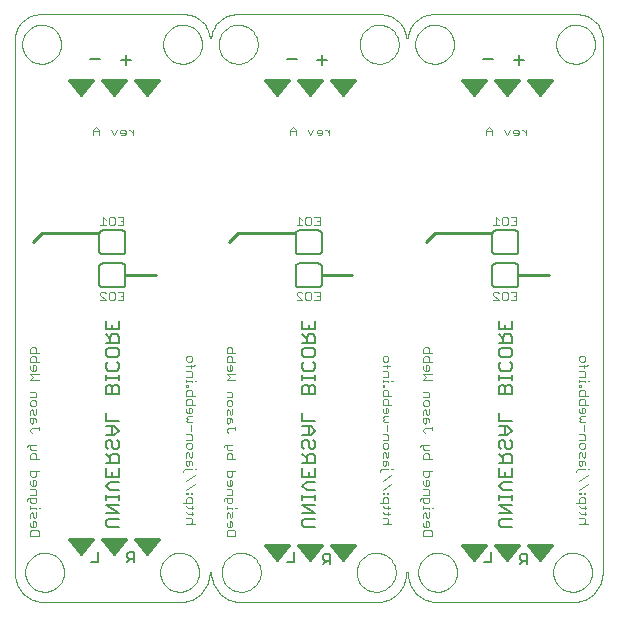
<source format=gbo>
G75*
G70*
%OFA0B0*%
%FSLAX24Y24*%
%IPPOS*%
%LPD*%
%AMOC8*
5,1,8,0,0,1.08239X$1,22.5*
%
%ADD10C,0.0010*%
%ADD11C,0.0000*%
%ADD12C,0.0070*%
%ADD13C,0.0100*%
%ADD14C,0.0030*%
%ADD15C,0.0080*%
%ADD16C,0.0040*%
%ADD17C,0.0060*%
D10*
X000730Y001380D02*
X000732Y001430D01*
X000738Y001480D01*
X000748Y001530D01*
X000761Y001578D01*
X000778Y001626D01*
X000799Y001672D01*
X000823Y001716D01*
X000851Y001758D01*
X000882Y001798D01*
X000916Y001835D01*
X000953Y001870D01*
X000992Y001901D01*
X001033Y001930D01*
X001077Y001955D01*
X001123Y001977D01*
X001170Y001995D01*
X001218Y002009D01*
X001267Y002020D01*
X001317Y002027D01*
X001367Y002030D01*
X001418Y002029D01*
X001468Y002024D01*
X001518Y002015D01*
X001566Y002003D01*
X001614Y001986D01*
X001660Y001966D01*
X001705Y001943D01*
X001748Y001916D01*
X001788Y001886D01*
X001826Y001853D01*
X001861Y001817D01*
X001894Y001778D01*
X001923Y001737D01*
X001949Y001694D01*
X001972Y001649D01*
X001991Y001602D01*
X002006Y001554D01*
X002018Y001505D01*
X002026Y001455D01*
X002030Y001405D01*
X002030Y001355D01*
X002026Y001305D01*
X002018Y001255D01*
X002006Y001206D01*
X001991Y001158D01*
X001972Y001111D01*
X001949Y001066D01*
X001923Y001023D01*
X001894Y000982D01*
X001861Y000943D01*
X001826Y000907D01*
X001788Y000874D01*
X001748Y000844D01*
X001705Y000817D01*
X001660Y000794D01*
X001614Y000774D01*
X001566Y000757D01*
X001518Y000745D01*
X001468Y000736D01*
X001418Y000731D01*
X001367Y000730D01*
X001317Y000733D01*
X001267Y000740D01*
X001218Y000751D01*
X001170Y000765D01*
X001123Y000783D01*
X001077Y000805D01*
X001033Y000830D01*
X000992Y000859D01*
X000953Y000890D01*
X000916Y000925D01*
X000882Y000962D01*
X000851Y001002D01*
X000823Y001044D01*
X000799Y001088D01*
X000778Y001134D01*
X000761Y001182D01*
X000748Y001230D01*
X000738Y001280D01*
X000732Y001330D01*
X000730Y001380D01*
X005230Y001380D02*
X005232Y001430D01*
X005238Y001480D01*
X005248Y001530D01*
X005261Y001578D01*
X005278Y001626D01*
X005299Y001672D01*
X005323Y001716D01*
X005351Y001758D01*
X005382Y001798D01*
X005416Y001835D01*
X005453Y001870D01*
X005492Y001901D01*
X005533Y001930D01*
X005577Y001955D01*
X005623Y001977D01*
X005670Y001995D01*
X005718Y002009D01*
X005767Y002020D01*
X005817Y002027D01*
X005867Y002030D01*
X005918Y002029D01*
X005968Y002024D01*
X006018Y002015D01*
X006066Y002003D01*
X006114Y001986D01*
X006160Y001966D01*
X006205Y001943D01*
X006248Y001916D01*
X006288Y001886D01*
X006326Y001853D01*
X006361Y001817D01*
X006394Y001778D01*
X006423Y001737D01*
X006449Y001694D01*
X006472Y001649D01*
X006491Y001602D01*
X006506Y001554D01*
X006518Y001505D01*
X006526Y001455D01*
X006530Y001405D01*
X006530Y001355D01*
X006526Y001305D01*
X006518Y001255D01*
X006506Y001206D01*
X006491Y001158D01*
X006472Y001111D01*
X006449Y001066D01*
X006423Y001023D01*
X006394Y000982D01*
X006361Y000943D01*
X006326Y000907D01*
X006288Y000874D01*
X006248Y000844D01*
X006205Y000817D01*
X006160Y000794D01*
X006114Y000774D01*
X006066Y000757D01*
X006018Y000745D01*
X005968Y000736D01*
X005918Y000731D01*
X005867Y000730D01*
X005817Y000733D01*
X005767Y000740D01*
X005718Y000751D01*
X005670Y000765D01*
X005623Y000783D01*
X005577Y000805D01*
X005533Y000830D01*
X005492Y000859D01*
X005453Y000890D01*
X005416Y000925D01*
X005382Y000962D01*
X005351Y001002D01*
X005323Y001044D01*
X005299Y001088D01*
X005278Y001134D01*
X005261Y001182D01*
X005248Y001230D01*
X005238Y001280D01*
X005232Y001330D01*
X005230Y001380D01*
X007280Y001380D02*
X007282Y001430D01*
X007288Y001480D01*
X007298Y001530D01*
X007311Y001578D01*
X007328Y001626D01*
X007349Y001672D01*
X007373Y001716D01*
X007401Y001758D01*
X007432Y001798D01*
X007466Y001835D01*
X007503Y001870D01*
X007542Y001901D01*
X007583Y001930D01*
X007627Y001955D01*
X007673Y001977D01*
X007720Y001995D01*
X007768Y002009D01*
X007817Y002020D01*
X007867Y002027D01*
X007917Y002030D01*
X007968Y002029D01*
X008018Y002024D01*
X008068Y002015D01*
X008116Y002003D01*
X008164Y001986D01*
X008210Y001966D01*
X008255Y001943D01*
X008298Y001916D01*
X008338Y001886D01*
X008376Y001853D01*
X008411Y001817D01*
X008444Y001778D01*
X008473Y001737D01*
X008499Y001694D01*
X008522Y001649D01*
X008541Y001602D01*
X008556Y001554D01*
X008568Y001505D01*
X008576Y001455D01*
X008580Y001405D01*
X008580Y001355D01*
X008576Y001305D01*
X008568Y001255D01*
X008556Y001206D01*
X008541Y001158D01*
X008522Y001111D01*
X008499Y001066D01*
X008473Y001023D01*
X008444Y000982D01*
X008411Y000943D01*
X008376Y000907D01*
X008338Y000874D01*
X008298Y000844D01*
X008255Y000817D01*
X008210Y000794D01*
X008164Y000774D01*
X008116Y000757D01*
X008068Y000745D01*
X008018Y000736D01*
X007968Y000731D01*
X007917Y000730D01*
X007867Y000733D01*
X007817Y000740D01*
X007768Y000751D01*
X007720Y000765D01*
X007673Y000783D01*
X007627Y000805D01*
X007583Y000830D01*
X007542Y000859D01*
X007503Y000890D01*
X007466Y000925D01*
X007432Y000962D01*
X007401Y001002D01*
X007373Y001044D01*
X007349Y001088D01*
X007328Y001134D01*
X007311Y001182D01*
X007298Y001230D01*
X007288Y001280D01*
X007282Y001330D01*
X007280Y001380D01*
X011780Y001380D02*
X011782Y001430D01*
X011788Y001480D01*
X011798Y001530D01*
X011811Y001578D01*
X011828Y001626D01*
X011849Y001672D01*
X011873Y001716D01*
X011901Y001758D01*
X011932Y001798D01*
X011966Y001835D01*
X012003Y001870D01*
X012042Y001901D01*
X012083Y001930D01*
X012127Y001955D01*
X012173Y001977D01*
X012220Y001995D01*
X012268Y002009D01*
X012317Y002020D01*
X012367Y002027D01*
X012417Y002030D01*
X012468Y002029D01*
X012518Y002024D01*
X012568Y002015D01*
X012616Y002003D01*
X012664Y001986D01*
X012710Y001966D01*
X012755Y001943D01*
X012798Y001916D01*
X012838Y001886D01*
X012876Y001853D01*
X012911Y001817D01*
X012944Y001778D01*
X012973Y001737D01*
X012999Y001694D01*
X013022Y001649D01*
X013041Y001602D01*
X013056Y001554D01*
X013068Y001505D01*
X013076Y001455D01*
X013080Y001405D01*
X013080Y001355D01*
X013076Y001305D01*
X013068Y001255D01*
X013056Y001206D01*
X013041Y001158D01*
X013022Y001111D01*
X012999Y001066D01*
X012973Y001023D01*
X012944Y000982D01*
X012911Y000943D01*
X012876Y000907D01*
X012838Y000874D01*
X012798Y000844D01*
X012755Y000817D01*
X012710Y000794D01*
X012664Y000774D01*
X012616Y000757D01*
X012568Y000745D01*
X012518Y000736D01*
X012468Y000731D01*
X012417Y000730D01*
X012367Y000733D01*
X012317Y000740D01*
X012268Y000751D01*
X012220Y000765D01*
X012173Y000783D01*
X012127Y000805D01*
X012083Y000830D01*
X012042Y000859D01*
X012003Y000890D01*
X011966Y000925D01*
X011932Y000962D01*
X011901Y001002D01*
X011873Y001044D01*
X011849Y001088D01*
X011828Y001134D01*
X011811Y001182D01*
X011798Y001230D01*
X011788Y001280D01*
X011782Y001330D01*
X011780Y001380D01*
X013830Y001380D02*
X013832Y001430D01*
X013838Y001480D01*
X013848Y001530D01*
X013861Y001578D01*
X013878Y001626D01*
X013899Y001672D01*
X013923Y001716D01*
X013951Y001758D01*
X013982Y001798D01*
X014016Y001835D01*
X014053Y001870D01*
X014092Y001901D01*
X014133Y001930D01*
X014177Y001955D01*
X014223Y001977D01*
X014270Y001995D01*
X014318Y002009D01*
X014367Y002020D01*
X014417Y002027D01*
X014467Y002030D01*
X014518Y002029D01*
X014568Y002024D01*
X014618Y002015D01*
X014666Y002003D01*
X014714Y001986D01*
X014760Y001966D01*
X014805Y001943D01*
X014848Y001916D01*
X014888Y001886D01*
X014926Y001853D01*
X014961Y001817D01*
X014994Y001778D01*
X015023Y001737D01*
X015049Y001694D01*
X015072Y001649D01*
X015091Y001602D01*
X015106Y001554D01*
X015118Y001505D01*
X015126Y001455D01*
X015130Y001405D01*
X015130Y001355D01*
X015126Y001305D01*
X015118Y001255D01*
X015106Y001206D01*
X015091Y001158D01*
X015072Y001111D01*
X015049Y001066D01*
X015023Y001023D01*
X014994Y000982D01*
X014961Y000943D01*
X014926Y000907D01*
X014888Y000874D01*
X014848Y000844D01*
X014805Y000817D01*
X014760Y000794D01*
X014714Y000774D01*
X014666Y000757D01*
X014618Y000745D01*
X014568Y000736D01*
X014518Y000731D01*
X014467Y000730D01*
X014417Y000733D01*
X014367Y000740D01*
X014318Y000751D01*
X014270Y000765D01*
X014223Y000783D01*
X014177Y000805D01*
X014133Y000830D01*
X014092Y000859D01*
X014053Y000890D01*
X014016Y000925D01*
X013982Y000962D01*
X013951Y001002D01*
X013923Y001044D01*
X013899Y001088D01*
X013878Y001134D01*
X013861Y001182D01*
X013848Y001230D01*
X013838Y001280D01*
X013832Y001330D01*
X013830Y001380D01*
X018330Y001380D02*
X018332Y001430D01*
X018338Y001480D01*
X018348Y001530D01*
X018361Y001578D01*
X018378Y001626D01*
X018399Y001672D01*
X018423Y001716D01*
X018451Y001758D01*
X018482Y001798D01*
X018516Y001835D01*
X018553Y001870D01*
X018592Y001901D01*
X018633Y001930D01*
X018677Y001955D01*
X018723Y001977D01*
X018770Y001995D01*
X018818Y002009D01*
X018867Y002020D01*
X018917Y002027D01*
X018967Y002030D01*
X019018Y002029D01*
X019068Y002024D01*
X019118Y002015D01*
X019166Y002003D01*
X019214Y001986D01*
X019260Y001966D01*
X019305Y001943D01*
X019348Y001916D01*
X019388Y001886D01*
X019426Y001853D01*
X019461Y001817D01*
X019494Y001778D01*
X019523Y001737D01*
X019549Y001694D01*
X019572Y001649D01*
X019591Y001602D01*
X019606Y001554D01*
X019618Y001505D01*
X019626Y001455D01*
X019630Y001405D01*
X019630Y001355D01*
X019626Y001305D01*
X019618Y001255D01*
X019606Y001206D01*
X019591Y001158D01*
X019572Y001111D01*
X019549Y001066D01*
X019523Y001023D01*
X019494Y000982D01*
X019461Y000943D01*
X019426Y000907D01*
X019388Y000874D01*
X019348Y000844D01*
X019305Y000817D01*
X019260Y000794D01*
X019214Y000774D01*
X019166Y000757D01*
X019118Y000745D01*
X019068Y000736D01*
X019018Y000731D01*
X018967Y000730D01*
X018917Y000733D01*
X018867Y000740D01*
X018818Y000751D01*
X018770Y000765D01*
X018723Y000783D01*
X018677Y000805D01*
X018633Y000830D01*
X018592Y000859D01*
X018553Y000890D01*
X018516Y000925D01*
X018482Y000962D01*
X018451Y001002D01*
X018423Y001044D01*
X018399Y001088D01*
X018378Y001134D01*
X018361Y001182D01*
X018348Y001230D01*
X018338Y001280D01*
X018332Y001330D01*
X018330Y001380D01*
X018430Y018980D02*
X018432Y019030D01*
X018438Y019080D01*
X018448Y019130D01*
X018461Y019178D01*
X018478Y019226D01*
X018499Y019272D01*
X018523Y019316D01*
X018551Y019358D01*
X018582Y019398D01*
X018616Y019435D01*
X018653Y019470D01*
X018692Y019501D01*
X018733Y019530D01*
X018777Y019555D01*
X018823Y019577D01*
X018870Y019595D01*
X018918Y019609D01*
X018967Y019620D01*
X019017Y019627D01*
X019067Y019630D01*
X019118Y019629D01*
X019168Y019624D01*
X019218Y019615D01*
X019266Y019603D01*
X019314Y019586D01*
X019360Y019566D01*
X019405Y019543D01*
X019448Y019516D01*
X019488Y019486D01*
X019526Y019453D01*
X019561Y019417D01*
X019594Y019378D01*
X019623Y019337D01*
X019649Y019294D01*
X019672Y019249D01*
X019691Y019202D01*
X019706Y019154D01*
X019718Y019105D01*
X019726Y019055D01*
X019730Y019005D01*
X019730Y018955D01*
X019726Y018905D01*
X019718Y018855D01*
X019706Y018806D01*
X019691Y018758D01*
X019672Y018711D01*
X019649Y018666D01*
X019623Y018623D01*
X019594Y018582D01*
X019561Y018543D01*
X019526Y018507D01*
X019488Y018474D01*
X019448Y018444D01*
X019405Y018417D01*
X019360Y018394D01*
X019314Y018374D01*
X019266Y018357D01*
X019218Y018345D01*
X019168Y018336D01*
X019118Y018331D01*
X019067Y018330D01*
X019017Y018333D01*
X018967Y018340D01*
X018918Y018351D01*
X018870Y018365D01*
X018823Y018383D01*
X018777Y018405D01*
X018733Y018430D01*
X018692Y018459D01*
X018653Y018490D01*
X018616Y018525D01*
X018582Y018562D01*
X018551Y018602D01*
X018523Y018644D01*
X018499Y018688D01*
X018478Y018734D01*
X018461Y018782D01*
X018448Y018830D01*
X018438Y018880D01*
X018432Y018930D01*
X018430Y018980D01*
X013730Y018980D02*
X013732Y019030D01*
X013738Y019080D01*
X013748Y019130D01*
X013761Y019178D01*
X013778Y019226D01*
X013799Y019272D01*
X013823Y019316D01*
X013851Y019358D01*
X013882Y019398D01*
X013916Y019435D01*
X013953Y019470D01*
X013992Y019501D01*
X014033Y019530D01*
X014077Y019555D01*
X014123Y019577D01*
X014170Y019595D01*
X014218Y019609D01*
X014267Y019620D01*
X014317Y019627D01*
X014367Y019630D01*
X014418Y019629D01*
X014468Y019624D01*
X014518Y019615D01*
X014566Y019603D01*
X014614Y019586D01*
X014660Y019566D01*
X014705Y019543D01*
X014748Y019516D01*
X014788Y019486D01*
X014826Y019453D01*
X014861Y019417D01*
X014894Y019378D01*
X014923Y019337D01*
X014949Y019294D01*
X014972Y019249D01*
X014991Y019202D01*
X015006Y019154D01*
X015018Y019105D01*
X015026Y019055D01*
X015030Y019005D01*
X015030Y018955D01*
X015026Y018905D01*
X015018Y018855D01*
X015006Y018806D01*
X014991Y018758D01*
X014972Y018711D01*
X014949Y018666D01*
X014923Y018623D01*
X014894Y018582D01*
X014861Y018543D01*
X014826Y018507D01*
X014788Y018474D01*
X014748Y018444D01*
X014705Y018417D01*
X014660Y018394D01*
X014614Y018374D01*
X014566Y018357D01*
X014518Y018345D01*
X014468Y018336D01*
X014418Y018331D01*
X014367Y018330D01*
X014317Y018333D01*
X014267Y018340D01*
X014218Y018351D01*
X014170Y018365D01*
X014123Y018383D01*
X014077Y018405D01*
X014033Y018430D01*
X013992Y018459D01*
X013953Y018490D01*
X013916Y018525D01*
X013882Y018562D01*
X013851Y018602D01*
X013823Y018644D01*
X013799Y018688D01*
X013778Y018734D01*
X013761Y018782D01*
X013748Y018830D01*
X013738Y018880D01*
X013732Y018930D01*
X013730Y018980D01*
X011880Y018980D02*
X011882Y019030D01*
X011888Y019080D01*
X011898Y019130D01*
X011911Y019178D01*
X011928Y019226D01*
X011949Y019272D01*
X011973Y019316D01*
X012001Y019358D01*
X012032Y019398D01*
X012066Y019435D01*
X012103Y019470D01*
X012142Y019501D01*
X012183Y019530D01*
X012227Y019555D01*
X012273Y019577D01*
X012320Y019595D01*
X012368Y019609D01*
X012417Y019620D01*
X012467Y019627D01*
X012517Y019630D01*
X012568Y019629D01*
X012618Y019624D01*
X012668Y019615D01*
X012716Y019603D01*
X012764Y019586D01*
X012810Y019566D01*
X012855Y019543D01*
X012898Y019516D01*
X012938Y019486D01*
X012976Y019453D01*
X013011Y019417D01*
X013044Y019378D01*
X013073Y019337D01*
X013099Y019294D01*
X013122Y019249D01*
X013141Y019202D01*
X013156Y019154D01*
X013168Y019105D01*
X013176Y019055D01*
X013180Y019005D01*
X013180Y018955D01*
X013176Y018905D01*
X013168Y018855D01*
X013156Y018806D01*
X013141Y018758D01*
X013122Y018711D01*
X013099Y018666D01*
X013073Y018623D01*
X013044Y018582D01*
X013011Y018543D01*
X012976Y018507D01*
X012938Y018474D01*
X012898Y018444D01*
X012855Y018417D01*
X012810Y018394D01*
X012764Y018374D01*
X012716Y018357D01*
X012668Y018345D01*
X012618Y018336D01*
X012568Y018331D01*
X012517Y018330D01*
X012467Y018333D01*
X012417Y018340D01*
X012368Y018351D01*
X012320Y018365D01*
X012273Y018383D01*
X012227Y018405D01*
X012183Y018430D01*
X012142Y018459D01*
X012103Y018490D01*
X012066Y018525D01*
X012032Y018562D01*
X012001Y018602D01*
X011973Y018644D01*
X011949Y018688D01*
X011928Y018734D01*
X011911Y018782D01*
X011898Y018830D01*
X011888Y018880D01*
X011882Y018930D01*
X011880Y018980D01*
X007180Y018980D02*
X007182Y019030D01*
X007188Y019080D01*
X007198Y019130D01*
X007211Y019178D01*
X007228Y019226D01*
X007249Y019272D01*
X007273Y019316D01*
X007301Y019358D01*
X007332Y019398D01*
X007366Y019435D01*
X007403Y019470D01*
X007442Y019501D01*
X007483Y019530D01*
X007527Y019555D01*
X007573Y019577D01*
X007620Y019595D01*
X007668Y019609D01*
X007717Y019620D01*
X007767Y019627D01*
X007817Y019630D01*
X007868Y019629D01*
X007918Y019624D01*
X007968Y019615D01*
X008016Y019603D01*
X008064Y019586D01*
X008110Y019566D01*
X008155Y019543D01*
X008198Y019516D01*
X008238Y019486D01*
X008276Y019453D01*
X008311Y019417D01*
X008344Y019378D01*
X008373Y019337D01*
X008399Y019294D01*
X008422Y019249D01*
X008441Y019202D01*
X008456Y019154D01*
X008468Y019105D01*
X008476Y019055D01*
X008480Y019005D01*
X008480Y018955D01*
X008476Y018905D01*
X008468Y018855D01*
X008456Y018806D01*
X008441Y018758D01*
X008422Y018711D01*
X008399Y018666D01*
X008373Y018623D01*
X008344Y018582D01*
X008311Y018543D01*
X008276Y018507D01*
X008238Y018474D01*
X008198Y018444D01*
X008155Y018417D01*
X008110Y018394D01*
X008064Y018374D01*
X008016Y018357D01*
X007968Y018345D01*
X007918Y018336D01*
X007868Y018331D01*
X007817Y018330D01*
X007767Y018333D01*
X007717Y018340D01*
X007668Y018351D01*
X007620Y018365D01*
X007573Y018383D01*
X007527Y018405D01*
X007483Y018430D01*
X007442Y018459D01*
X007403Y018490D01*
X007366Y018525D01*
X007332Y018562D01*
X007301Y018602D01*
X007273Y018644D01*
X007249Y018688D01*
X007228Y018734D01*
X007211Y018782D01*
X007198Y018830D01*
X007188Y018880D01*
X007182Y018930D01*
X007180Y018980D01*
X005330Y018980D02*
X005332Y019030D01*
X005338Y019080D01*
X005348Y019130D01*
X005361Y019178D01*
X005378Y019226D01*
X005399Y019272D01*
X005423Y019316D01*
X005451Y019358D01*
X005482Y019398D01*
X005516Y019435D01*
X005553Y019470D01*
X005592Y019501D01*
X005633Y019530D01*
X005677Y019555D01*
X005723Y019577D01*
X005770Y019595D01*
X005818Y019609D01*
X005867Y019620D01*
X005917Y019627D01*
X005967Y019630D01*
X006018Y019629D01*
X006068Y019624D01*
X006118Y019615D01*
X006166Y019603D01*
X006214Y019586D01*
X006260Y019566D01*
X006305Y019543D01*
X006348Y019516D01*
X006388Y019486D01*
X006426Y019453D01*
X006461Y019417D01*
X006494Y019378D01*
X006523Y019337D01*
X006549Y019294D01*
X006572Y019249D01*
X006591Y019202D01*
X006606Y019154D01*
X006618Y019105D01*
X006626Y019055D01*
X006630Y019005D01*
X006630Y018955D01*
X006626Y018905D01*
X006618Y018855D01*
X006606Y018806D01*
X006591Y018758D01*
X006572Y018711D01*
X006549Y018666D01*
X006523Y018623D01*
X006494Y018582D01*
X006461Y018543D01*
X006426Y018507D01*
X006388Y018474D01*
X006348Y018444D01*
X006305Y018417D01*
X006260Y018394D01*
X006214Y018374D01*
X006166Y018357D01*
X006118Y018345D01*
X006068Y018336D01*
X006018Y018331D01*
X005967Y018330D01*
X005917Y018333D01*
X005867Y018340D01*
X005818Y018351D01*
X005770Y018365D01*
X005723Y018383D01*
X005677Y018405D01*
X005633Y018430D01*
X005592Y018459D01*
X005553Y018490D01*
X005516Y018525D01*
X005482Y018562D01*
X005451Y018602D01*
X005423Y018644D01*
X005399Y018688D01*
X005378Y018734D01*
X005361Y018782D01*
X005348Y018830D01*
X005338Y018880D01*
X005332Y018930D01*
X005330Y018980D01*
X000630Y018980D02*
X000632Y019030D01*
X000638Y019080D01*
X000648Y019130D01*
X000661Y019178D01*
X000678Y019226D01*
X000699Y019272D01*
X000723Y019316D01*
X000751Y019358D01*
X000782Y019398D01*
X000816Y019435D01*
X000853Y019470D01*
X000892Y019501D01*
X000933Y019530D01*
X000977Y019555D01*
X001023Y019577D01*
X001070Y019595D01*
X001118Y019609D01*
X001167Y019620D01*
X001217Y019627D01*
X001267Y019630D01*
X001318Y019629D01*
X001368Y019624D01*
X001418Y019615D01*
X001466Y019603D01*
X001514Y019586D01*
X001560Y019566D01*
X001605Y019543D01*
X001648Y019516D01*
X001688Y019486D01*
X001726Y019453D01*
X001761Y019417D01*
X001794Y019378D01*
X001823Y019337D01*
X001849Y019294D01*
X001872Y019249D01*
X001891Y019202D01*
X001906Y019154D01*
X001918Y019105D01*
X001926Y019055D01*
X001930Y019005D01*
X001930Y018955D01*
X001926Y018905D01*
X001918Y018855D01*
X001906Y018806D01*
X001891Y018758D01*
X001872Y018711D01*
X001849Y018666D01*
X001823Y018623D01*
X001794Y018582D01*
X001761Y018543D01*
X001726Y018507D01*
X001688Y018474D01*
X001648Y018444D01*
X001605Y018417D01*
X001560Y018394D01*
X001514Y018374D01*
X001466Y018357D01*
X001418Y018345D01*
X001368Y018336D01*
X001318Y018331D01*
X001267Y018330D01*
X001217Y018333D01*
X001167Y018340D01*
X001118Y018351D01*
X001070Y018365D01*
X001023Y018383D01*
X000977Y018405D01*
X000933Y018430D01*
X000892Y018459D01*
X000853Y018490D01*
X000816Y018525D01*
X000782Y018562D01*
X000751Y018602D01*
X000723Y018644D01*
X000699Y018688D01*
X000678Y018734D01*
X000661Y018782D01*
X000648Y018830D01*
X000638Y018880D01*
X000632Y018930D01*
X000630Y018980D01*
D11*
X000380Y019180D02*
X000380Y001380D01*
X000382Y001320D01*
X000387Y001259D01*
X000396Y001200D01*
X000409Y001141D01*
X000425Y001082D01*
X000445Y001025D01*
X000468Y000970D01*
X000495Y000915D01*
X000524Y000863D01*
X000557Y000812D01*
X000593Y000763D01*
X000631Y000717D01*
X000673Y000673D01*
X000717Y000631D01*
X000763Y000593D01*
X000812Y000557D01*
X000863Y000524D01*
X000915Y000495D01*
X000970Y000468D01*
X001025Y000445D01*
X001082Y000425D01*
X001141Y000409D01*
X001200Y000396D01*
X001259Y000387D01*
X001320Y000382D01*
X001380Y000380D01*
X005880Y000380D01*
X005940Y000382D01*
X006001Y000387D01*
X006060Y000396D01*
X006119Y000409D01*
X006178Y000425D01*
X006235Y000445D01*
X006290Y000468D01*
X006345Y000495D01*
X006397Y000524D01*
X006448Y000557D01*
X006497Y000593D01*
X006543Y000631D01*
X006587Y000673D01*
X006629Y000717D01*
X006667Y000763D01*
X006703Y000812D01*
X006736Y000863D01*
X006765Y000915D01*
X006792Y000970D01*
X006815Y001025D01*
X006835Y001082D01*
X006851Y001141D01*
X006864Y001200D01*
X006873Y001259D01*
X006878Y001320D01*
X006880Y001380D01*
X006930Y001380D01*
X006932Y001320D01*
X006937Y001259D01*
X006946Y001200D01*
X006959Y001141D01*
X006975Y001082D01*
X006995Y001025D01*
X007018Y000970D01*
X007045Y000915D01*
X007074Y000863D01*
X007107Y000812D01*
X007143Y000763D01*
X007181Y000717D01*
X007223Y000673D01*
X007267Y000631D01*
X007313Y000593D01*
X007362Y000557D01*
X007413Y000524D01*
X007465Y000495D01*
X007520Y000468D01*
X007575Y000445D01*
X007632Y000425D01*
X007691Y000409D01*
X007750Y000396D01*
X007809Y000387D01*
X007870Y000382D01*
X007930Y000380D01*
X012430Y000380D01*
X012490Y000382D01*
X012551Y000387D01*
X012610Y000396D01*
X012669Y000409D01*
X012728Y000425D01*
X012785Y000445D01*
X012840Y000468D01*
X012895Y000495D01*
X012947Y000524D01*
X012998Y000557D01*
X013047Y000593D01*
X013093Y000631D01*
X013137Y000673D01*
X013179Y000717D01*
X013217Y000763D01*
X013253Y000812D01*
X013286Y000863D01*
X013315Y000915D01*
X013342Y000970D01*
X013365Y001025D01*
X013385Y001082D01*
X013401Y001141D01*
X013414Y001200D01*
X013423Y001259D01*
X013428Y001320D01*
X013430Y001380D01*
X013480Y001380D01*
X013482Y001320D01*
X013487Y001259D01*
X013496Y001200D01*
X013509Y001141D01*
X013525Y001082D01*
X013545Y001025D01*
X013568Y000970D01*
X013595Y000915D01*
X013624Y000863D01*
X013657Y000812D01*
X013693Y000763D01*
X013731Y000717D01*
X013773Y000673D01*
X013817Y000631D01*
X013863Y000593D01*
X013912Y000557D01*
X013963Y000524D01*
X014015Y000495D01*
X014070Y000468D01*
X014125Y000445D01*
X014182Y000425D01*
X014241Y000409D01*
X014300Y000396D01*
X014359Y000387D01*
X014420Y000382D01*
X014480Y000380D01*
X018980Y000380D01*
X019040Y000382D01*
X019101Y000387D01*
X019160Y000396D01*
X019219Y000409D01*
X019278Y000425D01*
X019335Y000445D01*
X019390Y000468D01*
X019445Y000495D01*
X019497Y000524D01*
X019548Y000557D01*
X019597Y000593D01*
X019643Y000631D01*
X019687Y000673D01*
X019729Y000717D01*
X019767Y000763D01*
X019803Y000812D01*
X019836Y000863D01*
X019865Y000915D01*
X019892Y000970D01*
X019915Y001025D01*
X019935Y001082D01*
X019951Y001141D01*
X019964Y001200D01*
X019973Y001259D01*
X019978Y001320D01*
X019980Y001380D01*
X019980Y019180D01*
X019974Y019235D01*
X019966Y019290D01*
X019953Y019345D01*
X019938Y019398D01*
X019918Y019450D01*
X019896Y019501D01*
X019870Y019551D01*
X019841Y019598D01*
X019809Y019644D01*
X019774Y019687D01*
X019736Y019728D01*
X019695Y019766D01*
X019653Y019802D01*
X019608Y019834D01*
X019560Y019864D01*
X019511Y019891D01*
X019461Y019914D01*
X019409Y019934D01*
X019356Y019951D01*
X019302Y019964D01*
X019247Y019973D01*
X019191Y019979D01*
X019136Y019981D01*
X019080Y019980D01*
X014380Y019980D01*
X013480Y019180D02*
X013430Y019180D01*
X013424Y019235D01*
X013416Y019290D01*
X013403Y019345D01*
X013388Y019398D01*
X013368Y019450D01*
X013346Y019501D01*
X013320Y019551D01*
X013291Y019598D01*
X013259Y019644D01*
X013224Y019687D01*
X013186Y019728D01*
X013145Y019766D01*
X013103Y019802D01*
X013058Y019834D01*
X013010Y019864D01*
X012961Y019891D01*
X012911Y019914D01*
X012859Y019934D01*
X012806Y019951D01*
X012752Y019964D01*
X012697Y019973D01*
X012641Y019979D01*
X012586Y019981D01*
X012530Y019980D01*
X007830Y019980D01*
X006930Y019180D02*
X006880Y019180D01*
X006874Y019235D01*
X006866Y019290D01*
X006853Y019345D01*
X006838Y019398D01*
X006818Y019450D01*
X006796Y019501D01*
X006770Y019551D01*
X006741Y019598D01*
X006709Y019644D01*
X006674Y019687D01*
X006636Y019728D01*
X006595Y019766D01*
X006553Y019802D01*
X006508Y019834D01*
X006460Y019864D01*
X006411Y019891D01*
X006361Y019914D01*
X006309Y019934D01*
X006256Y019951D01*
X006202Y019964D01*
X006147Y019973D01*
X006091Y019979D01*
X006036Y019981D01*
X005980Y019980D01*
X001280Y019980D01*
X001224Y019981D01*
X001169Y019979D01*
X001113Y019973D01*
X001058Y019964D01*
X001004Y019951D01*
X000951Y019934D01*
X000899Y019914D01*
X000849Y019891D01*
X000800Y019864D01*
X000752Y019834D01*
X000707Y019802D01*
X000665Y019766D01*
X000624Y019728D01*
X000586Y019687D01*
X000551Y019644D01*
X000519Y019598D01*
X000490Y019551D01*
X000464Y019501D01*
X000442Y019450D01*
X000422Y019398D01*
X000407Y019345D01*
X000394Y019290D01*
X000386Y019235D01*
X000380Y019180D01*
X006930Y019180D02*
X006936Y019235D01*
X006944Y019290D01*
X006957Y019345D01*
X006972Y019398D01*
X006992Y019450D01*
X007014Y019501D01*
X007040Y019551D01*
X007069Y019598D01*
X007101Y019644D01*
X007136Y019687D01*
X007174Y019728D01*
X007215Y019766D01*
X007257Y019802D01*
X007302Y019834D01*
X007350Y019864D01*
X007399Y019891D01*
X007449Y019914D01*
X007501Y019934D01*
X007554Y019951D01*
X007608Y019964D01*
X007663Y019973D01*
X007719Y019979D01*
X007774Y019981D01*
X007830Y019980D01*
X013480Y019180D02*
X013486Y019235D01*
X013494Y019290D01*
X013507Y019345D01*
X013522Y019398D01*
X013542Y019450D01*
X013564Y019501D01*
X013590Y019551D01*
X013619Y019598D01*
X013651Y019644D01*
X013686Y019687D01*
X013724Y019728D01*
X013765Y019766D01*
X013807Y019802D01*
X013852Y019834D01*
X013900Y019864D01*
X013949Y019891D01*
X013999Y019914D01*
X014051Y019934D01*
X014104Y019951D01*
X014158Y019964D01*
X014213Y019973D01*
X014269Y019979D01*
X014324Y019981D01*
X014380Y019980D01*
D12*
X016515Y009771D02*
X016515Y009484D01*
X016945Y009484D01*
X016945Y009771D01*
X016730Y009628D02*
X016730Y009484D01*
X016730Y009311D02*
X016658Y009239D01*
X016658Y009024D01*
X016515Y009024D02*
X016945Y009024D01*
X016945Y009239D01*
X016874Y009311D01*
X016730Y009311D01*
X016658Y009167D02*
X016515Y009311D01*
X016587Y008850D02*
X016874Y008850D01*
X016945Y008779D01*
X016945Y008635D01*
X016874Y008563D01*
X016587Y008563D01*
X016515Y008635D01*
X016515Y008779D01*
X016587Y008850D01*
X016587Y008390D02*
X016515Y008318D01*
X016515Y008175D01*
X016587Y008103D01*
X016874Y008103D01*
X016945Y008175D01*
X016945Y008318D01*
X016874Y008390D01*
X016945Y007940D02*
X016945Y007796D01*
X016945Y007868D02*
X016515Y007868D01*
X016515Y007796D02*
X016515Y007940D01*
X016587Y007623D02*
X016515Y007551D01*
X016515Y007336D01*
X016945Y007336D01*
X016945Y007551D01*
X016874Y007623D01*
X016802Y007623D01*
X016730Y007551D01*
X016730Y007336D01*
X016730Y007551D02*
X016658Y007623D01*
X016587Y007623D01*
X016515Y006702D02*
X016515Y006415D01*
X016945Y006415D01*
X016802Y006242D02*
X016515Y006242D01*
X016730Y006242D02*
X016730Y005955D01*
X016802Y005955D02*
X016945Y006098D01*
X016802Y006242D01*
X016802Y005955D02*
X016515Y005955D01*
X016587Y005781D02*
X016515Y005709D01*
X016515Y005566D01*
X016587Y005494D01*
X016730Y005566D02*
X016730Y005709D01*
X016658Y005781D01*
X016587Y005781D01*
X016730Y005566D02*
X016802Y005494D01*
X016874Y005494D01*
X016945Y005566D01*
X016945Y005709D01*
X016874Y005781D01*
X016874Y005321D02*
X016730Y005321D01*
X016658Y005249D01*
X016658Y005034D01*
X016515Y005034D02*
X016945Y005034D01*
X016945Y005249D01*
X016874Y005321D01*
X016658Y005177D02*
X016515Y005321D01*
X016515Y004860D02*
X016515Y004573D01*
X016945Y004573D01*
X016945Y004860D01*
X016730Y004717D02*
X016730Y004573D01*
X016658Y004400D02*
X016945Y004400D01*
X016945Y004113D02*
X016658Y004113D01*
X016515Y004256D01*
X016658Y004400D01*
X016515Y003950D02*
X016515Y003806D01*
X016515Y003878D02*
X016945Y003878D01*
X016945Y003806D02*
X016945Y003950D01*
X016945Y003633D02*
X016515Y003633D01*
X016945Y003346D01*
X016515Y003346D01*
X016587Y003172D02*
X016945Y003172D01*
X016945Y002885D02*
X016587Y002885D01*
X016515Y002957D01*
X016515Y003100D01*
X016587Y003172D01*
X010395Y003172D02*
X010037Y003172D01*
X009965Y003100D01*
X009965Y002957D01*
X010037Y002885D01*
X010395Y002885D01*
X010395Y003346D02*
X009965Y003633D01*
X010395Y003633D01*
X010395Y003806D02*
X010395Y003950D01*
X010395Y003878D02*
X009965Y003878D01*
X009965Y003806D02*
X009965Y003950D01*
X010108Y004113D02*
X009965Y004256D01*
X010108Y004400D01*
X010395Y004400D01*
X010395Y004573D02*
X009965Y004573D01*
X009965Y004860D01*
X009965Y005034D02*
X010395Y005034D01*
X010395Y005249D01*
X010324Y005321D01*
X010180Y005321D01*
X010108Y005249D01*
X010108Y005034D01*
X010108Y005177D02*
X009965Y005321D01*
X010037Y005494D02*
X009965Y005566D01*
X009965Y005709D01*
X010037Y005781D01*
X010108Y005781D01*
X010180Y005709D01*
X010180Y005566D01*
X010252Y005494D01*
X010324Y005494D01*
X010395Y005566D01*
X010395Y005709D01*
X010324Y005781D01*
X010252Y005955D02*
X010395Y006098D01*
X010252Y006242D01*
X009965Y006242D01*
X009965Y006415D02*
X009965Y006702D01*
X009965Y006415D02*
X010395Y006415D01*
X010180Y006242D02*
X010180Y005955D01*
X010252Y005955D02*
X009965Y005955D01*
X010395Y004860D02*
X010395Y004573D01*
X010180Y004573D02*
X010180Y004717D01*
X010108Y004113D02*
X010395Y004113D01*
X010395Y003346D02*
X009965Y003346D01*
X009965Y007336D02*
X009965Y007551D01*
X010037Y007623D01*
X010108Y007623D01*
X010180Y007551D01*
X010180Y007336D01*
X010180Y007551D02*
X010252Y007623D01*
X010324Y007623D01*
X010395Y007551D01*
X010395Y007336D01*
X009965Y007336D01*
X009965Y007796D02*
X009965Y007940D01*
X009965Y007868D02*
X010395Y007868D01*
X010395Y007796D02*
X010395Y007940D01*
X010324Y008103D02*
X010037Y008103D01*
X009965Y008175D01*
X009965Y008318D01*
X010037Y008390D01*
X010037Y008563D02*
X009965Y008635D01*
X009965Y008779D01*
X010037Y008850D01*
X010324Y008850D01*
X010395Y008779D01*
X010395Y008635D01*
X010324Y008563D01*
X010037Y008563D01*
X010324Y008390D02*
X010395Y008318D01*
X010395Y008175D01*
X010324Y008103D01*
X010395Y009024D02*
X009965Y009024D01*
X010108Y009024D02*
X010108Y009239D01*
X010180Y009311D01*
X010324Y009311D01*
X010395Y009239D01*
X010395Y009024D01*
X010108Y009167D02*
X009965Y009311D01*
X009965Y009484D02*
X009965Y009771D01*
X009965Y009484D02*
X010395Y009484D01*
X010395Y009771D01*
X010180Y009628D02*
X010180Y009484D01*
X003845Y009484D02*
X003415Y009484D01*
X003415Y009771D01*
X003630Y009628D02*
X003630Y009484D01*
X003630Y009311D02*
X003558Y009239D01*
X003558Y009024D01*
X003415Y009024D02*
X003845Y009024D01*
X003845Y009239D01*
X003774Y009311D01*
X003630Y009311D01*
X003558Y009167D02*
X003415Y009311D01*
X003845Y009484D02*
X003845Y009771D01*
X003774Y008850D02*
X003487Y008850D01*
X003415Y008779D01*
X003415Y008635D01*
X003487Y008563D01*
X003774Y008563D01*
X003845Y008635D01*
X003845Y008779D01*
X003774Y008850D01*
X003774Y008390D02*
X003845Y008318D01*
X003845Y008175D01*
X003774Y008103D01*
X003487Y008103D01*
X003415Y008175D01*
X003415Y008318D01*
X003487Y008390D01*
X003415Y007940D02*
X003415Y007796D01*
X003415Y007868D02*
X003845Y007868D01*
X003845Y007796D02*
X003845Y007940D01*
X003774Y007623D02*
X003702Y007623D01*
X003630Y007551D01*
X003630Y007336D01*
X003630Y007551D02*
X003558Y007623D01*
X003487Y007623D01*
X003415Y007551D01*
X003415Y007336D01*
X003845Y007336D01*
X003845Y007551D01*
X003774Y007623D01*
X003415Y006702D02*
X003415Y006415D01*
X003845Y006415D01*
X003702Y006242D02*
X003415Y006242D01*
X003630Y006242D02*
X003630Y005955D01*
X003702Y005955D02*
X003415Y005955D01*
X003487Y005781D02*
X003415Y005709D01*
X003415Y005566D01*
X003487Y005494D01*
X003630Y005566D02*
X003630Y005709D01*
X003558Y005781D01*
X003487Y005781D01*
X003630Y005566D02*
X003702Y005494D01*
X003774Y005494D01*
X003845Y005566D01*
X003845Y005709D01*
X003774Y005781D01*
X003702Y005955D02*
X003845Y006098D01*
X003702Y006242D01*
X003774Y005321D02*
X003630Y005321D01*
X003558Y005249D01*
X003558Y005034D01*
X003415Y005034D02*
X003845Y005034D01*
X003845Y005249D01*
X003774Y005321D01*
X003558Y005177D02*
X003415Y005321D01*
X003415Y004860D02*
X003415Y004573D01*
X003845Y004573D01*
X003845Y004860D01*
X003630Y004717D02*
X003630Y004573D01*
X003558Y004400D02*
X003845Y004400D01*
X003558Y004400D02*
X003415Y004256D01*
X003558Y004113D01*
X003845Y004113D01*
X003845Y003950D02*
X003845Y003806D01*
X003845Y003878D02*
X003415Y003878D01*
X003415Y003806D02*
X003415Y003950D01*
X003415Y003633D02*
X003845Y003633D01*
X003845Y003346D02*
X003415Y003633D01*
X003415Y003346D02*
X003845Y003346D01*
X003845Y003172D02*
X003487Y003172D01*
X003415Y003100D01*
X003415Y002957D01*
X003487Y002885D01*
X003845Y002885D01*
D13*
X004080Y002480D02*
X003280Y002480D01*
X003680Y001980D01*
X004080Y002480D01*
X004055Y002449D02*
X003305Y002449D01*
X003384Y002350D02*
X003976Y002350D01*
X003897Y002252D02*
X003463Y002252D01*
X003542Y002153D02*
X003818Y002153D01*
X003740Y002055D02*
X003620Y002055D01*
X002980Y002480D02*
X002180Y002480D01*
X002580Y001980D01*
X002980Y002480D01*
X002955Y002449D02*
X002205Y002449D01*
X002284Y002350D02*
X002876Y002350D01*
X002797Y002252D02*
X002363Y002252D01*
X002442Y002153D02*
X002718Y002153D01*
X002640Y002055D02*
X002520Y002055D01*
X004380Y002480D02*
X005180Y002480D01*
X004780Y001980D01*
X004380Y002480D01*
X004405Y002449D02*
X005155Y002449D01*
X005076Y002350D02*
X004484Y002350D01*
X004563Y002252D02*
X004997Y002252D01*
X004918Y002153D02*
X004642Y002153D01*
X004720Y002055D02*
X004840Y002055D01*
X008730Y002280D02*
X009530Y002280D01*
X009130Y001780D01*
X008730Y002280D01*
X008753Y002252D02*
X009507Y002252D01*
X009428Y002153D02*
X008832Y002153D01*
X008910Y002055D02*
X009350Y002055D01*
X009271Y001956D02*
X008989Y001956D01*
X009068Y001858D02*
X009192Y001858D01*
X009830Y002280D02*
X010630Y002280D01*
X010230Y001780D01*
X009830Y002280D01*
X009853Y002252D02*
X010607Y002252D01*
X010528Y002153D02*
X009932Y002153D01*
X010010Y002055D02*
X010450Y002055D01*
X010371Y001956D02*
X010089Y001956D01*
X010168Y001858D02*
X010292Y001858D01*
X010930Y002280D02*
X011730Y002280D01*
X011330Y001780D01*
X010930Y002280D01*
X010953Y002252D02*
X011707Y002252D01*
X011628Y002153D02*
X011032Y002153D01*
X011110Y002055D02*
X011550Y002055D01*
X011471Y001956D02*
X011189Y001956D01*
X011268Y001858D02*
X011392Y001858D01*
X015280Y002280D02*
X016080Y002280D01*
X015680Y001780D01*
X015280Y002280D01*
X015303Y002252D02*
X016057Y002252D01*
X015978Y002153D02*
X015382Y002153D01*
X015460Y002055D02*
X015900Y002055D01*
X015821Y001956D02*
X015539Y001956D01*
X015618Y001858D02*
X015742Y001858D01*
X016380Y002280D02*
X017180Y002280D01*
X016780Y001780D01*
X016380Y002280D01*
X016403Y002252D02*
X017157Y002252D01*
X017078Y002153D02*
X016482Y002153D01*
X016560Y002055D02*
X017000Y002055D01*
X016921Y001956D02*
X016639Y001956D01*
X016718Y001858D02*
X016842Y001858D01*
X017480Y002280D02*
X018280Y002280D01*
X017880Y001780D01*
X017480Y002280D01*
X017503Y002252D02*
X018257Y002252D01*
X018178Y002153D02*
X017582Y002153D01*
X017660Y002055D02*
X018100Y002055D01*
X018021Y001956D02*
X017739Y001956D01*
X017818Y001858D02*
X017942Y001858D01*
X018180Y011280D02*
X017180Y011280D01*
X016280Y012680D02*
X014380Y012680D01*
X014080Y012380D01*
X011630Y011280D02*
X010630Y011280D01*
X009730Y012680D02*
X007830Y012680D01*
X007530Y012380D01*
X005080Y011280D02*
X004080Y011280D01*
X003180Y012680D02*
X001280Y012680D01*
X000980Y012380D01*
X002580Y017280D02*
X002980Y017780D01*
X002180Y017780D01*
X002580Y017280D01*
X002546Y017322D02*
X002614Y017322D01*
X002692Y017421D02*
X002468Y017421D01*
X002389Y017519D02*
X002771Y017519D01*
X002850Y017618D02*
X002310Y017618D01*
X002231Y017716D02*
X002929Y017716D01*
X003280Y017780D02*
X004080Y017780D01*
X003680Y017280D01*
X003280Y017780D01*
X003331Y017716D02*
X004029Y017716D01*
X003950Y017618D02*
X003410Y017618D01*
X003489Y017519D02*
X003871Y017519D01*
X003792Y017421D02*
X003568Y017421D01*
X003646Y017322D02*
X003714Y017322D01*
X004380Y017780D02*
X005180Y017780D01*
X004780Y017280D01*
X004380Y017780D01*
X004431Y017716D02*
X005129Y017716D01*
X005050Y017618D02*
X004510Y017618D01*
X004589Y017519D02*
X004971Y017519D01*
X004892Y017421D02*
X004668Y017421D01*
X004746Y017322D02*
X004814Y017322D01*
X008730Y017780D02*
X009530Y017780D01*
X009130Y017280D01*
X008730Y017780D01*
X008781Y017716D02*
X009479Y017716D01*
X009400Y017618D02*
X008860Y017618D01*
X008939Y017519D02*
X009321Y017519D01*
X009242Y017421D02*
X009018Y017421D01*
X009096Y017322D02*
X009164Y017322D01*
X009830Y017780D02*
X010630Y017780D01*
X010230Y017280D01*
X009830Y017780D01*
X009881Y017716D02*
X010579Y017716D01*
X010500Y017618D02*
X009960Y017618D01*
X010039Y017519D02*
X010421Y017519D01*
X010342Y017421D02*
X010118Y017421D01*
X010196Y017322D02*
X010264Y017322D01*
X010930Y017780D02*
X011730Y017780D01*
X011330Y017280D01*
X010930Y017780D01*
X010981Y017716D02*
X011679Y017716D01*
X011600Y017618D02*
X011060Y017618D01*
X011139Y017519D02*
X011521Y017519D01*
X011442Y017421D02*
X011218Y017421D01*
X011296Y017322D02*
X011364Y017322D01*
X015280Y017780D02*
X016080Y017780D01*
X015680Y017280D01*
X015280Y017780D01*
X015331Y017716D02*
X016029Y017716D01*
X015950Y017618D02*
X015410Y017618D01*
X015489Y017519D02*
X015871Y017519D01*
X015792Y017421D02*
X015568Y017421D01*
X015646Y017322D02*
X015714Y017322D01*
X016380Y017780D02*
X017180Y017780D01*
X016780Y017280D01*
X016380Y017780D01*
X016431Y017716D02*
X017129Y017716D01*
X017050Y017618D02*
X016510Y017618D01*
X016589Y017519D02*
X016971Y017519D01*
X016892Y017421D02*
X016668Y017421D01*
X016746Y017322D02*
X016814Y017322D01*
X017480Y017780D02*
X018280Y017780D01*
X017880Y017280D01*
X017480Y017780D01*
X017531Y017716D02*
X018229Y017716D01*
X018150Y017618D02*
X017610Y017618D01*
X017689Y017519D02*
X018071Y017519D01*
X017992Y017421D02*
X017768Y017421D01*
X017846Y017322D02*
X017914Y017322D01*
D14*
X014140Y008878D02*
X014043Y008878D01*
X013995Y008830D01*
X013995Y008684D01*
X014285Y008684D01*
X014188Y008684D02*
X014188Y008830D01*
X014140Y008878D01*
X014140Y008583D02*
X014043Y008583D01*
X013995Y008535D01*
X013995Y008390D01*
X014285Y008390D01*
X014188Y008390D02*
X014188Y008535D01*
X014140Y008583D01*
X014140Y008289D02*
X014092Y008289D01*
X014092Y008095D01*
X014140Y008095D02*
X014188Y008144D01*
X014188Y008240D01*
X014140Y008289D01*
X013995Y008240D02*
X013995Y008144D01*
X014043Y008095D01*
X014140Y008095D01*
X013995Y007994D02*
X014092Y007897D01*
X013995Y007801D01*
X014285Y007801D01*
X014285Y007994D02*
X013995Y007994D01*
X013995Y007405D02*
X014140Y007405D01*
X014188Y007356D01*
X014188Y007211D01*
X013995Y007211D01*
X014043Y007110D02*
X014140Y007110D01*
X014188Y007062D01*
X014188Y006965D01*
X014140Y006917D01*
X014043Y006917D01*
X013995Y006965D01*
X013995Y007062D01*
X014043Y007110D01*
X014043Y006815D02*
X014092Y006767D01*
X014092Y006670D01*
X014140Y006622D01*
X014188Y006670D01*
X014188Y006815D01*
X014043Y006815D02*
X013995Y006767D01*
X013995Y006622D01*
X013995Y006521D02*
X013995Y006376D01*
X014043Y006327D01*
X014092Y006376D01*
X014092Y006521D01*
X014140Y006521D02*
X013995Y006521D01*
X014140Y006521D02*
X014188Y006472D01*
X014188Y006376D01*
X014285Y006226D02*
X014285Y006129D01*
X014285Y006178D02*
X014043Y006178D01*
X013995Y006129D01*
X013995Y006081D01*
X014043Y006033D01*
X013995Y005637D02*
X013995Y005492D01*
X014043Y005443D01*
X014188Y005443D01*
X014140Y005342D02*
X014188Y005294D01*
X014188Y005149D01*
X014285Y005149D02*
X013995Y005149D01*
X013995Y005294D01*
X014043Y005342D01*
X014140Y005342D01*
X014188Y005637D02*
X013947Y005637D01*
X013898Y005588D01*
X013898Y005540D01*
X013995Y004753D02*
X013995Y004608D01*
X014043Y004559D01*
X014140Y004559D01*
X014188Y004608D01*
X014188Y004753D01*
X014285Y004753D02*
X013995Y004753D01*
X014092Y004458D02*
X014092Y004265D01*
X014140Y004265D02*
X014188Y004313D01*
X014188Y004410D01*
X014140Y004458D01*
X014092Y004458D01*
X013995Y004410D02*
X013995Y004313D01*
X014043Y004265D01*
X014140Y004265D01*
X014140Y004164D02*
X013995Y004164D01*
X014140Y004164D02*
X014188Y004115D01*
X014188Y003970D01*
X013995Y003970D01*
X013995Y003869D02*
X013995Y003724D01*
X014043Y003675D01*
X014140Y003675D01*
X014188Y003724D01*
X014188Y003869D01*
X013947Y003869D01*
X013898Y003821D01*
X013898Y003772D01*
X013995Y003576D02*
X013995Y003479D01*
X013995Y003527D02*
X014188Y003527D01*
X014188Y003479D01*
X014188Y003378D02*
X014188Y003233D01*
X014140Y003184D01*
X014092Y003233D01*
X014092Y003329D01*
X014043Y003378D01*
X013995Y003329D01*
X013995Y003184D01*
X014092Y003083D02*
X014092Y002890D01*
X014140Y002890D02*
X014188Y002938D01*
X014188Y003035D01*
X014140Y003083D01*
X014092Y003083D01*
X013995Y003035D02*
X013995Y002938D01*
X014043Y002890D01*
X014140Y002890D01*
X014043Y002788D02*
X014237Y002788D01*
X014285Y002740D01*
X014285Y002595D01*
X013995Y002595D01*
X013995Y002740D01*
X014043Y002788D01*
X014285Y003527D02*
X014334Y003527D01*
X012887Y003534D02*
X012693Y003534D01*
X012645Y003583D01*
X012645Y003683D02*
X012645Y003828D01*
X012693Y003876D01*
X012790Y003876D01*
X012838Y003828D01*
X012838Y003683D01*
X012548Y003683D01*
X012645Y003977D02*
X012693Y003977D01*
X012693Y004026D01*
X012645Y004026D01*
X012645Y003977D01*
X012790Y003977D02*
X012838Y003977D01*
X012838Y004026D01*
X012790Y004026D01*
X012790Y003977D01*
X012645Y004124D02*
X012935Y004318D01*
X012935Y004613D02*
X012645Y004419D01*
X012548Y004714D02*
X012548Y004762D01*
X012597Y004811D01*
X012838Y004811D01*
X012935Y004811D02*
X012984Y004811D01*
X012838Y004959D02*
X012838Y005055D01*
X012790Y005104D01*
X012645Y005104D01*
X012645Y004959D01*
X012693Y004910D01*
X012742Y004959D01*
X012742Y005104D01*
X012790Y005205D02*
X012838Y005253D01*
X012838Y005398D01*
X012742Y005350D02*
X012742Y005253D01*
X012790Y005205D01*
X012645Y005205D02*
X012645Y005350D01*
X012693Y005398D01*
X012742Y005350D01*
X012790Y005500D02*
X012693Y005500D01*
X012645Y005548D01*
X012645Y005645D01*
X012693Y005693D01*
X012790Y005693D01*
X012838Y005645D01*
X012838Y005548D01*
X012790Y005500D01*
X012838Y005794D02*
X012645Y005794D01*
X012838Y005794D02*
X012838Y005939D01*
X012790Y005988D01*
X012645Y005988D01*
X012790Y006089D02*
X012790Y006282D01*
X012838Y006383D02*
X012693Y006383D01*
X012645Y006432D01*
X012693Y006480D01*
X012645Y006529D01*
X012693Y006577D01*
X012838Y006577D01*
X012790Y006678D02*
X012838Y006727D01*
X012838Y006823D01*
X012790Y006872D01*
X012742Y006872D01*
X012742Y006678D01*
X012790Y006678D02*
X012693Y006678D01*
X012645Y006727D01*
X012645Y006823D01*
X012645Y006973D02*
X012645Y007118D01*
X012693Y007166D01*
X012790Y007166D01*
X012838Y007118D01*
X012838Y006973D01*
X012935Y006973D02*
X012645Y006973D01*
X012645Y007267D02*
X012645Y007413D01*
X012693Y007461D01*
X012790Y007461D01*
X012838Y007413D01*
X012838Y007267D01*
X012935Y007267D02*
X012645Y007267D01*
X012645Y007562D02*
X012645Y007610D01*
X012693Y007610D01*
X012693Y007562D01*
X012645Y007562D01*
X012645Y007709D02*
X012645Y007806D01*
X012645Y007758D02*
X012838Y007758D01*
X012838Y007709D01*
X012935Y007758D02*
X012984Y007758D01*
X012838Y007906D02*
X012838Y008051D01*
X012790Y008099D01*
X012645Y008099D01*
X012645Y008249D02*
X012887Y008249D01*
X012935Y008297D01*
X012790Y008297D02*
X012790Y008201D01*
X012790Y008397D02*
X012693Y008397D01*
X012645Y008445D01*
X012645Y008542D01*
X012693Y008590D01*
X012790Y008590D01*
X012838Y008542D01*
X012838Y008445D01*
X012790Y008397D01*
X012838Y007906D02*
X012645Y007906D01*
X012838Y003583D02*
X012838Y003486D01*
X012838Y003386D02*
X012838Y003290D01*
X012887Y003338D02*
X012693Y003338D01*
X012645Y003386D01*
X012645Y003188D02*
X012790Y003188D01*
X012838Y003140D01*
X012838Y003043D01*
X012790Y002995D01*
X012935Y002995D02*
X012645Y002995D01*
X007784Y003527D02*
X007735Y003527D01*
X007638Y003527D02*
X007445Y003527D01*
X007445Y003479D02*
X007445Y003576D01*
X007493Y003675D02*
X007445Y003724D01*
X007445Y003869D01*
X007397Y003869D02*
X007638Y003869D01*
X007638Y003724D01*
X007590Y003675D01*
X007493Y003675D01*
X007348Y003772D02*
X007348Y003821D01*
X007397Y003869D01*
X007445Y003970D02*
X007638Y003970D01*
X007638Y004115D01*
X007590Y004164D01*
X007445Y004164D01*
X007493Y004265D02*
X007590Y004265D01*
X007638Y004313D01*
X007638Y004410D01*
X007590Y004458D01*
X007542Y004458D01*
X007542Y004265D01*
X007493Y004265D02*
X007445Y004313D01*
X007445Y004410D01*
X007493Y004559D02*
X007590Y004559D01*
X007638Y004608D01*
X007638Y004753D01*
X007735Y004753D02*
X007445Y004753D01*
X007445Y004608D01*
X007493Y004559D01*
X007445Y005149D02*
X007445Y005294D01*
X007493Y005342D01*
X007590Y005342D01*
X007638Y005294D01*
X007638Y005149D01*
X007735Y005149D02*
X007445Y005149D01*
X007493Y005443D02*
X007445Y005492D01*
X007445Y005637D01*
X007397Y005637D02*
X007348Y005588D01*
X007348Y005540D01*
X007397Y005637D02*
X007638Y005637D01*
X007638Y005443D02*
X007493Y005443D01*
X007493Y006033D02*
X007445Y006081D01*
X007445Y006129D01*
X007493Y006178D01*
X007735Y006178D01*
X007735Y006226D02*
X007735Y006129D01*
X007638Y006376D02*
X007638Y006472D01*
X007590Y006521D01*
X007445Y006521D01*
X007445Y006376D01*
X007493Y006327D01*
X007542Y006376D01*
X007542Y006521D01*
X007590Y006622D02*
X007638Y006670D01*
X007638Y006815D01*
X007542Y006767D02*
X007542Y006670D01*
X007590Y006622D01*
X007445Y006622D02*
X007445Y006767D01*
X007493Y006815D01*
X007542Y006767D01*
X007590Y006917D02*
X007493Y006917D01*
X007445Y006965D01*
X007445Y007062D01*
X007493Y007110D01*
X007590Y007110D01*
X007638Y007062D01*
X007638Y006965D01*
X007590Y006917D01*
X007638Y007211D02*
X007445Y007211D01*
X007638Y007211D02*
X007638Y007356D01*
X007590Y007405D01*
X007445Y007405D01*
X007445Y007801D02*
X007542Y007897D01*
X007445Y007994D01*
X007735Y007994D01*
X007590Y008095D02*
X007638Y008144D01*
X007638Y008240D01*
X007590Y008289D01*
X007542Y008289D01*
X007542Y008095D01*
X007590Y008095D02*
X007493Y008095D01*
X007445Y008144D01*
X007445Y008240D01*
X007445Y008390D02*
X007445Y008535D01*
X007493Y008583D01*
X007590Y008583D01*
X007638Y008535D01*
X007638Y008390D01*
X007735Y008390D02*
X007445Y008390D01*
X007445Y008684D02*
X007445Y008830D01*
X007493Y008878D01*
X007590Y008878D01*
X007638Y008830D01*
X007638Y008684D01*
X007735Y008684D02*
X007445Y008684D01*
X007445Y007801D02*
X007735Y007801D01*
X006434Y007758D02*
X006385Y007758D01*
X006288Y007758D02*
X006288Y007709D01*
X006288Y007758D02*
X006095Y007758D01*
X006095Y007806D02*
X006095Y007709D01*
X006095Y007610D02*
X006095Y007562D01*
X006143Y007562D01*
X006143Y007610D01*
X006095Y007610D01*
X006143Y007461D02*
X006095Y007413D01*
X006095Y007267D01*
X006385Y007267D01*
X006288Y007267D02*
X006288Y007413D01*
X006240Y007461D01*
X006143Y007461D01*
X006143Y007166D02*
X006240Y007166D01*
X006288Y007118D01*
X006288Y006973D01*
X006385Y006973D02*
X006095Y006973D01*
X006095Y007118D01*
X006143Y007166D01*
X006192Y006872D02*
X006192Y006678D01*
X006240Y006678D02*
X006288Y006727D01*
X006288Y006823D01*
X006240Y006872D01*
X006192Y006872D01*
X006095Y006823D02*
X006095Y006727D01*
X006143Y006678D01*
X006240Y006678D01*
X006288Y006577D02*
X006143Y006577D01*
X006095Y006529D01*
X006143Y006480D01*
X006095Y006432D01*
X006143Y006383D01*
X006288Y006383D01*
X006240Y006282D02*
X006240Y006089D01*
X006240Y005988D02*
X006095Y005988D01*
X006240Y005988D02*
X006288Y005939D01*
X006288Y005794D01*
X006095Y005794D01*
X006143Y005693D02*
X006095Y005645D01*
X006095Y005548D01*
X006143Y005500D01*
X006240Y005500D01*
X006288Y005548D01*
X006288Y005645D01*
X006240Y005693D01*
X006143Y005693D01*
X006143Y005398D02*
X006095Y005350D01*
X006095Y005205D01*
X006095Y005104D02*
X006095Y004959D01*
X006143Y004910D01*
X006192Y004959D01*
X006192Y005104D01*
X006240Y005104D02*
X006095Y005104D01*
X006240Y005104D02*
X006288Y005055D01*
X006288Y004959D01*
X006288Y004811D02*
X006047Y004811D01*
X005998Y004762D01*
X005998Y004714D01*
X006095Y004419D02*
X006385Y004613D01*
X006385Y004811D02*
X006434Y004811D01*
X006240Y005205D02*
X006288Y005253D01*
X006288Y005398D01*
X006192Y005350D02*
X006192Y005253D01*
X006240Y005205D01*
X006192Y005350D02*
X006143Y005398D01*
X006385Y004318D02*
X006095Y004124D01*
X006095Y004026D02*
X006095Y003977D01*
X006143Y003977D01*
X006143Y004026D01*
X006095Y004026D01*
X006240Y004026D02*
X006240Y003977D01*
X006288Y003977D01*
X006288Y004026D01*
X006240Y004026D01*
X006240Y003876D02*
X006143Y003876D01*
X006095Y003828D01*
X006095Y003683D01*
X005998Y003683D02*
X006288Y003683D01*
X006288Y003828D01*
X006240Y003876D01*
X006288Y003583D02*
X006288Y003486D01*
X006337Y003534D02*
X006143Y003534D01*
X006095Y003583D01*
X006095Y003386D02*
X006143Y003338D01*
X006337Y003338D01*
X006288Y003290D02*
X006288Y003386D01*
X006240Y003188D02*
X006095Y003188D01*
X006240Y003188D02*
X006288Y003140D01*
X006288Y003043D01*
X006240Y002995D01*
X006385Y002995D02*
X006095Y002995D01*
X007445Y003035D02*
X007445Y002938D01*
X007493Y002890D01*
X007590Y002890D01*
X007638Y002938D01*
X007638Y003035D01*
X007590Y003083D01*
X007542Y003083D01*
X007542Y002890D01*
X007493Y002788D02*
X007687Y002788D01*
X007735Y002740D01*
X007735Y002595D01*
X007445Y002595D01*
X007445Y002740D01*
X007493Y002788D01*
X007445Y003184D02*
X007445Y003329D01*
X007493Y003378D01*
X007542Y003329D01*
X007542Y003233D01*
X007590Y003184D01*
X007638Y003233D01*
X007638Y003378D01*
X007638Y003479D02*
X007638Y003527D01*
X006288Y007906D02*
X006095Y007906D01*
X006095Y008099D02*
X006240Y008099D01*
X006288Y008051D01*
X006288Y007906D01*
X006240Y008201D02*
X006240Y008297D01*
X006240Y008397D02*
X006143Y008397D01*
X006095Y008445D01*
X006095Y008542D01*
X006143Y008590D01*
X006240Y008590D01*
X006288Y008542D01*
X006288Y008445D01*
X006240Y008397D01*
X006337Y008249D02*
X006385Y008297D01*
X006337Y008249D02*
X006095Y008249D01*
X001234Y003527D02*
X001185Y003527D01*
X001088Y003527D02*
X000895Y003527D01*
X000895Y003479D02*
X000895Y003576D01*
X000943Y003675D02*
X000895Y003724D01*
X000895Y003869D01*
X000847Y003869D02*
X001088Y003869D01*
X001088Y003724D01*
X001040Y003675D01*
X000943Y003675D01*
X000798Y003772D02*
X000798Y003821D01*
X000847Y003869D01*
X000895Y003970D02*
X001088Y003970D01*
X001088Y004115D01*
X001040Y004164D01*
X000895Y004164D01*
X000943Y004265D02*
X001040Y004265D01*
X001088Y004313D01*
X001088Y004410D01*
X001040Y004458D01*
X000992Y004458D01*
X000992Y004265D01*
X000943Y004265D02*
X000895Y004313D01*
X000895Y004410D01*
X000943Y004559D02*
X001040Y004559D01*
X001088Y004608D01*
X001088Y004753D01*
X001185Y004753D02*
X000895Y004753D01*
X000895Y004608D01*
X000943Y004559D01*
X000895Y005149D02*
X000895Y005294D01*
X000943Y005342D01*
X001040Y005342D01*
X001088Y005294D01*
X001088Y005149D01*
X001185Y005149D02*
X000895Y005149D01*
X000943Y005443D02*
X000895Y005492D01*
X000895Y005637D01*
X000847Y005637D02*
X000798Y005588D01*
X000798Y005540D01*
X000847Y005637D02*
X001088Y005637D01*
X001088Y005443D02*
X000943Y005443D01*
X000943Y006033D02*
X000895Y006081D01*
X000895Y006129D01*
X000943Y006178D01*
X001185Y006178D01*
X001185Y006226D02*
X001185Y006129D01*
X001088Y006376D02*
X001088Y006472D01*
X001040Y006521D01*
X000895Y006521D01*
X000895Y006376D01*
X000943Y006327D01*
X000992Y006376D01*
X000992Y006521D01*
X001040Y006622D02*
X000992Y006670D01*
X000992Y006767D01*
X000943Y006815D01*
X000895Y006767D01*
X000895Y006622D01*
X001040Y006622D02*
X001088Y006670D01*
X001088Y006815D01*
X001040Y006917D02*
X000943Y006917D01*
X000895Y006965D01*
X000895Y007062D01*
X000943Y007110D01*
X001040Y007110D01*
X001088Y007062D01*
X001088Y006965D01*
X001040Y006917D01*
X001088Y007211D02*
X000895Y007211D01*
X001088Y007211D02*
X001088Y007356D01*
X001040Y007405D01*
X000895Y007405D01*
X000895Y007801D02*
X000992Y007897D01*
X000895Y007994D01*
X001185Y007994D01*
X001040Y008095D02*
X001088Y008144D01*
X001088Y008240D01*
X001040Y008289D01*
X000992Y008289D01*
X000992Y008095D01*
X001040Y008095D02*
X000943Y008095D01*
X000895Y008144D01*
X000895Y008240D01*
X000895Y008390D02*
X000895Y008535D01*
X000943Y008583D01*
X001040Y008583D01*
X001088Y008535D01*
X001088Y008390D01*
X001185Y008390D02*
X000895Y008390D01*
X000895Y008684D02*
X000895Y008830D01*
X000943Y008878D01*
X001040Y008878D01*
X001088Y008830D01*
X001088Y008684D01*
X001185Y008684D02*
X000895Y008684D01*
X000895Y007801D02*
X001185Y007801D01*
X001088Y003527D02*
X001088Y003479D01*
X001088Y003378D02*
X001088Y003233D01*
X001040Y003184D01*
X000992Y003233D01*
X000992Y003329D01*
X000943Y003378D01*
X000895Y003329D01*
X000895Y003184D01*
X000992Y003083D02*
X000992Y002890D01*
X001040Y002890D02*
X000943Y002890D01*
X000895Y002938D01*
X000895Y003035D01*
X000992Y003083D02*
X001040Y003083D01*
X001088Y003035D01*
X001088Y002938D01*
X001040Y002890D01*
X000943Y002788D02*
X001137Y002788D01*
X001185Y002740D01*
X001185Y002595D01*
X000895Y002595D01*
X000895Y002740D01*
X000943Y002788D01*
X019098Y003683D02*
X019388Y003683D01*
X019388Y003828D01*
X019340Y003876D01*
X019243Y003876D01*
X019195Y003828D01*
X019195Y003683D01*
X019195Y003583D02*
X019243Y003534D01*
X019437Y003534D01*
X019388Y003486D02*
X019388Y003583D01*
X019388Y003386D02*
X019388Y003290D01*
X019437Y003338D02*
X019243Y003338D01*
X019195Y003386D01*
X019195Y003188D02*
X019340Y003188D01*
X019388Y003140D01*
X019388Y003043D01*
X019340Y002995D01*
X019485Y002995D02*
X019195Y002995D01*
X019195Y003977D02*
X019243Y003977D01*
X019243Y004026D01*
X019195Y004026D01*
X019195Y003977D01*
X019340Y003977D02*
X019388Y003977D01*
X019388Y004026D01*
X019340Y004026D01*
X019340Y003977D01*
X019195Y004124D02*
X019485Y004318D01*
X019485Y004613D02*
X019195Y004419D01*
X019098Y004714D02*
X019098Y004762D01*
X019147Y004811D01*
X019388Y004811D01*
X019485Y004811D02*
X019534Y004811D01*
X019388Y004959D02*
X019388Y005055D01*
X019340Y005104D01*
X019195Y005104D01*
X019195Y004959D01*
X019243Y004910D01*
X019292Y004959D01*
X019292Y005104D01*
X019340Y005205D02*
X019388Y005253D01*
X019388Y005398D01*
X019292Y005350D02*
X019292Y005253D01*
X019340Y005205D01*
X019195Y005205D02*
X019195Y005350D01*
X019243Y005398D01*
X019292Y005350D01*
X019340Y005500D02*
X019243Y005500D01*
X019195Y005548D01*
X019195Y005645D01*
X019243Y005693D01*
X019340Y005693D01*
X019388Y005645D01*
X019388Y005548D01*
X019340Y005500D01*
X019388Y005794D02*
X019195Y005794D01*
X019388Y005794D02*
X019388Y005939D01*
X019340Y005988D01*
X019195Y005988D01*
X019340Y006089D02*
X019340Y006282D01*
X019388Y006383D02*
X019243Y006383D01*
X019195Y006432D01*
X019243Y006480D01*
X019195Y006529D01*
X019243Y006577D01*
X019388Y006577D01*
X019340Y006678D02*
X019388Y006727D01*
X019388Y006823D01*
X019340Y006872D01*
X019292Y006872D01*
X019292Y006678D01*
X019340Y006678D02*
X019243Y006678D01*
X019195Y006727D01*
X019195Y006823D01*
X019195Y006973D02*
X019195Y007118D01*
X019243Y007166D01*
X019340Y007166D01*
X019388Y007118D01*
X019388Y006973D01*
X019485Y006973D02*
X019195Y006973D01*
X019195Y007267D02*
X019195Y007413D01*
X019243Y007461D01*
X019340Y007461D01*
X019388Y007413D01*
X019388Y007267D01*
X019485Y007267D02*
X019195Y007267D01*
X019195Y007562D02*
X019195Y007610D01*
X019243Y007610D01*
X019243Y007562D01*
X019195Y007562D01*
X019195Y007709D02*
X019195Y007806D01*
X019195Y007758D02*
X019388Y007758D01*
X019388Y007709D01*
X019485Y007758D02*
X019534Y007758D01*
X019388Y007906D02*
X019388Y008051D01*
X019340Y008099D01*
X019195Y008099D01*
X019195Y008249D02*
X019437Y008249D01*
X019485Y008297D01*
X019340Y008297D02*
X019340Y008201D01*
X019340Y008397D02*
X019243Y008397D01*
X019195Y008445D01*
X019195Y008542D01*
X019243Y008590D01*
X019340Y008590D01*
X019388Y008542D01*
X019388Y008445D01*
X019340Y008397D01*
X019388Y007906D02*
X019195Y007906D01*
D15*
X017180Y018300D02*
X017180Y018620D01*
X017020Y018460D02*
X017340Y018460D01*
X016325Y018500D02*
X016004Y018500D01*
X010790Y018460D02*
X010470Y018460D01*
X010630Y018620D02*
X010630Y018300D01*
X009775Y018500D02*
X009454Y018500D01*
X004240Y018460D02*
X003920Y018460D01*
X004080Y018620D02*
X004080Y018300D01*
X003225Y018500D02*
X002904Y018500D01*
D16*
X003099Y016220D02*
X003006Y016127D01*
X003006Y015940D01*
X003006Y016080D02*
X003193Y016080D01*
X003193Y016127D02*
X003193Y015940D01*
X003193Y016127D02*
X003099Y016220D01*
X003595Y016127D02*
X003688Y015940D01*
X003782Y016127D01*
X003890Y016080D02*
X003890Y016033D01*
X004077Y016033D01*
X004077Y015987D02*
X004077Y016080D01*
X004030Y016127D01*
X003936Y016127D01*
X003890Y016080D01*
X003936Y015940D02*
X004030Y015940D01*
X004077Y015987D01*
X004182Y016127D02*
X004229Y016127D01*
X004322Y016033D01*
X004322Y015940D02*
X004322Y016127D01*
X004002Y013220D02*
X003815Y013220D01*
X003707Y013174D02*
X003707Y012987D01*
X003661Y012940D01*
X003567Y012940D01*
X003520Y012987D01*
X003520Y013174D01*
X003567Y013220D01*
X003661Y013220D01*
X003707Y013174D01*
X003909Y013080D02*
X004002Y013080D01*
X004002Y013220D02*
X004002Y012940D01*
X003815Y012940D01*
X003413Y012940D02*
X003226Y012940D01*
X003319Y012940D02*
X003319Y013220D01*
X003413Y013127D01*
X003366Y010720D02*
X003413Y010674D01*
X003366Y010720D02*
X003273Y010720D01*
X003226Y010674D01*
X003226Y010627D01*
X003413Y010440D01*
X003226Y010440D01*
X003520Y010487D02*
X003520Y010674D01*
X003567Y010720D01*
X003661Y010720D01*
X003707Y010674D01*
X003707Y010487D01*
X003661Y010440D01*
X003567Y010440D01*
X003520Y010487D01*
X003815Y010440D02*
X004002Y010440D01*
X004002Y010720D01*
X003815Y010720D01*
X003909Y010580D02*
X004002Y010580D01*
X009556Y015940D02*
X009556Y016127D01*
X009649Y016220D01*
X009743Y016127D01*
X009743Y015940D01*
X009743Y016080D02*
X009556Y016080D01*
X010145Y016127D02*
X010238Y015940D01*
X010332Y016127D01*
X010440Y016080D02*
X010440Y016033D01*
X010627Y016033D01*
X010627Y015987D02*
X010627Y016080D01*
X010580Y016127D01*
X010486Y016127D01*
X010440Y016080D01*
X010486Y015940D02*
X010580Y015940D01*
X010627Y015987D01*
X010732Y016127D02*
X010779Y016127D01*
X010872Y016033D01*
X010872Y015940D02*
X010872Y016127D01*
X010552Y013220D02*
X010365Y013220D01*
X010257Y013174D02*
X010257Y012987D01*
X010211Y012940D01*
X010117Y012940D01*
X010070Y012987D01*
X010070Y013174D01*
X010117Y013220D01*
X010211Y013220D01*
X010257Y013174D01*
X010459Y013080D02*
X010552Y013080D01*
X010552Y013220D02*
X010552Y012940D01*
X010365Y012940D01*
X009963Y012940D02*
X009776Y012940D01*
X009869Y012940D02*
X009869Y013220D01*
X009963Y013127D01*
X009916Y010720D02*
X009963Y010674D01*
X009916Y010720D02*
X009823Y010720D01*
X009776Y010674D01*
X009776Y010627D01*
X009963Y010440D01*
X009776Y010440D01*
X010070Y010487D02*
X010070Y010674D01*
X010117Y010720D01*
X010211Y010720D01*
X010257Y010674D01*
X010257Y010487D01*
X010211Y010440D01*
X010117Y010440D01*
X010070Y010487D01*
X010365Y010440D02*
X010552Y010440D01*
X010552Y010720D01*
X010365Y010720D01*
X010459Y010580D02*
X010552Y010580D01*
X016106Y015940D02*
X016106Y016127D01*
X016199Y016220D01*
X016293Y016127D01*
X016293Y015940D01*
X016293Y016080D02*
X016106Y016080D01*
X016695Y016127D02*
X016788Y015940D01*
X016882Y016127D01*
X016990Y016080D02*
X016990Y016033D01*
X017177Y016033D01*
X017177Y015987D02*
X017177Y016080D01*
X017130Y016127D01*
X017036Y016127D01*
X016990Y016080D01*
X017036Y015940D02*
X017130Y015940D01*
X017177Y015987D01*
X017282Y016127D02*
X017329Y016127D01*
X017422Y016033D01*
X017422Y015940D02*
X017422Y016127D01*
X017102Y013220D02*
X017102Y012940D01*
X016915Y012940D01*
X016807Y012987D02*
X016807Y013174D01*
X016761Y013220D01*
X016667Y013220D01*
X016620Y013174D01*
X016620Y012987D01*
X016667Y012940D01*
X016761Y012940D01*
X016807Y012987D01*
X017009Y013080D02*
X017102Y013080D01*
X017102Y013220D02*
X016915Y013220D01*
X016513Y013127D02*
X016419Y013220D01*
X016419Y012940D01*
X016326Y012940D02*
X016513Y012940D01*
X016466Y010720D02*
X016513Y010674D01*
X016466Y010720D02*
X016373Y010720D01*
X016326Y010674D01*
X016326Y010627D01*
X016513Y010440D01*
X016326Y010440D01*
X016620Y010487D02*
X016620Y010674D01*
X016667Y010720D01*
X016761Y010720D01*
X016807Y010674D01*
X016807Y010487D01*
X016761Y010440D01*
X016667Y010440D01*
X016620Y010487D01*
X016915Y010440D02*
X017102Y010440D01*
X017102Y010720D01*
X016915Y010720D01*
X017009Y010580D02*
X017102Y010580D01*
D17*
X017045Y010886D02*
X016415Y010886D01*
X016396Y010886D01*
X016377Y010890D01*
X016359Y010896D01*
X016343Y010906D01*
X016328Y010918D01*
X016316Y010932D01*
X016306Y010949D01*
X016300Y010966D01*
X016296Y010985D01*
X016297Y010985D02*
X016297Y011575D01*
X016296Y011576D02*
X016300Y011594D01*
X016306Y011612D01*
X016316Y011629D01*
X016328Y011643D01*
X016343Y011656D01*
X016359Y011665D01*
X016377Y011671D01*
X016396Y011675D01*
X016415Y011675D01*
X016415Y011674D02*
X017045Y011674D01*
X017064Y011674D01*
X017083Y011670D01*
X017101Y011664D01*
X017117Y011654D01*
X017132Y011642D01*
X017144Y011628D01*
X017154Y011611D01*
X017160Y011594D01*
X017164Y011575D01*
X017163Y011575D02*
X017163Y010985D01*
X017164Y010985D02*
X017160Y010966D01*
X017154Y010949D01*
X017144Y010932D01*
X017132Y010918D01*
X017117Y010906D01*
X017101Y010896D01*
X017083Y010890D01*
X017064Y010886D01*
X017045Y010886D01*
X017045Y011986D02*
X016415Y011986D01*
X016396Y011986D01*
X016377Y011990D01*
X016359Y011996D01*
X016343Y012006D01*
X016328Y012018D01*
X016316Y012032D01*
X016306Y012049D01*
X016300Y012066D01*
X016296Y012085D01*
X016297Y012085D02*
X016297Y012675D01*
X016296Y012675D02*
X016300Y012694D01*
X016306Y012711D01*
X016316Y012728D01*
X016328Y012742D01*
X016343Y012754D01*
X016359Y012764D01*
X016377Y012770D01*
X016396Y012774D01*
X016415Y012774D01*
X017045Y012774D01*
X017064Y012774D01*
X017083Y012770D01*
X017101Y012764D01*
X017117Y012754D01*
X017132Y012742D01*
X017144Y012728D01*
X017154Y012711D01*
X017160Y012694D01*
X017164Y012675D01*
X017163Y012675D02*
X017163Y012085D01*
X017164Y012084D02*
X017160Y012066D01*
X017154Y012048D01*
X017144Y012031D01*
X017132Y012017D01*
X017117Y012004D01*
X017101Y011995D01*
X017083Y011989D01*
X017064Y011985D01*
X017045Y011985D01*
X010613Y012085D02*
X010613Y012675D01*
X010614Y012675D02*
X010610Y012694D01*
X010604Y012711D01*
X010594Y012728D01*
X010582Y012742D01*
X010567Y012754D01*
X010551Y012764D01*
X010533Y012770D01*
X010514Y012774D01*
X010495Y012774D01*
X009865Y012774D01*
X009846Y012774D01*
X009827Y012770D01*
X009809Y012764D01*
X009793Y012754D01*
X009778Y012742D01*
X009766Y012728D01*
X009756Y012711D01*
X009750Y012694D01*
X009746Y012675D01*
X009747Y012675D02*
X009747Y012085D01*
X009746Y012085D02*
X009750Y012066D01*
X009756Y012049D01*
X009766Y012032D01*
X009778Y012018D01*
X009793Y012006D01*
X009809Y011996D01*
X009827Y011990D01*
X009846Y011986D01*
X009865Y011986D01*
X010495Y011986D01*
X010495Y011985D02*
X010514Y011985D01*
X010533Y011989D01*
X010551Y011995D01*
X010567Y012004D01*
X010582Y012017D01*
X010594Y012031D01*
X010604Y012048D01*
X010610Y012066D01*
X010614Y012084D01*
X010495Y011674D02*
X009865Y011674D01*
X009865Y011675D02*
X009846Y011675D01*
X009827Y011671D01*
X009809Y011665D01*
X009793Y011656D01*
X009778Y011643D01*
X009766Y011629D01*
X009756Y011612D01*
X009750Y011594D01*
X009746Y011576D01*
X009747Y011575D02*
X009747Y010985D01*
X009746Y010985D02*
X009750Y010966D01*
X009756Y010949D01*
X009766Y010932D01*
X009778Y010918D01*
X009793Y010906D01*
X009809Y010896D01*
X009827Y010890D01*
X009846Y010886D01*
X009865Y010886D01*
X010495Y010886D01*
X010514Y010886D01*
X010533Y010890D01*
X010551Y010896D01*
X010567Y010906D01*
X010582Y010918D01*
X010594Y010932D01*
X010604Y010949D01*
X010610Y010966D01*
X010614Y010985D01*
X010613Y010985D02*
X010613Y011575D01*
X010614Y011575D02*
X010610Y011594D01*
X010604Y011611D01*
X010594Y011628D01*
X010582Y011642D01*
X010567Y011654D01*
X010551Y011664D01*
X010533Y011670D01*
X010514Y011674D01*
X010495Y011674D01*
X004063Y011575D02*
X004063Y010985D01*
X004064Y010985D02*
X004060Y010966D01*
X004054Y010949D01*
X004044Y010932D01*
X004032Y010918D01*
X004017Y010906D01*
X004001Y010896D01*
X003983Y010890D01*
X003964Y010886D01*
X003945Y010886D01*
X003315Y010886D01*
X003296Y010886D01*
X003277Y010890D01*
X003259Y010896D01*
X003243Y010906D01*
X003228Y010918D01*
X003216Y010932D01*
X003206Y010949D01*
X003200Y010966D01*
X003196Y010985D01*
X003197Y010985D02*
X003197Y011575D01*
X003196Y011576D02*
X003200Y011594D01*
X003206Y011612D01*
X003216Y011629D01*
X003228Y011643D01*
X003243Y011656D01*
X003259Y011665D01*
X003277Y011671D01*
X003296Y011675D01*
X003315Y011675D01*
X003315Y011674D02*
X003945Y011674D01*
X003964Y011674D01*
X003983Y011670D01*
X004001Y011664D01*
X004017Y011654D01*
X004032Y011642D01*
X004044Y011628D01*
X004054Y011611D01*
X004060Y011594D01*
X004064Y011575D01*
X003945Y011986D02*
X003315Y011986D01*
X003296Y011986D01*
X003277Y011990D01*
X003259Y011996D01*
X003243Y012006D01*
X003228Y012018D01*
X003216Y012032D01*
X003206Y012049D01*
X003200Y012066D01*
X003196Y012085D01*
X003197Y012085D02*
X003197Y012675D01*
X003196Y012675D02*
X003200Y012694D01*
X003206Y012711D01*
X003216Y012728D01*
X003228Y012742D01*
X003243Y012754D01*
X003259Y012764D01*
X003277Y012770D01*
X003296Y012774D01*
X003315Y012774D01*
X003945Y012774D01*
X003964Y012774D01*
X003983Y012770D01*
X004001Y012764D01*
X004017Y012754D01*
X004032Y012742D01*
X004044Y012728D01*
X004054Y012711D01*
X004060Y012694D01*
X004064Y012675D01*
X004063Y012675D02*
X004063Y012085D01*
X004064Y012084D02*
X004060Y012066D01*
X004054Y012048D01*
X004044Y012031D01*
X004032Y012017D01*
X004017Y012004D01*
X004001Y011995D01*
X003983Y011989D01*
X003964Y011985D01*
X003945Y011985D01*
X004180Y002050D02*
X004123Y001994D01*
X004123Y001880D01*
X004180Y001823D01*
X004350Y001823D01*
X004350Y001710D02*
X004350Y002050D01*
X004180Y002050D01*
X004237Y001823D02*
X004123Y001710D01*
X003150Y001710D02*
X002923Y001710D01*
X003150Y001710D02*
X003150Y002050D01*
X009473Y001710D02*
X009700Y001710D01*
X009700Y002050D01*
X010673Y001944D02*
X010673Y001830D01*
X010730Y001773D01*
X010900Y001773D01*
X010900Y001660D02*
X010900Y002000D01*
X010730Y002000D01*
X010673Y001944D01*
X010787Y001773D02*
X010673Y001660D01*
X016023Y001710D02*
X016250Y001710D01*
X016250Y002050D01*
X017223Y001944D02*
X017223Y001830D01*
X017280Y001773D01*
X017450Y001773D01*
X017450Y001660D02*
X017450Y002000D01*
X017280Y002000D01*
X017223Y001944D01*
X017337Y001773D02*
X017223Y001660D01*
M02*

</source>
